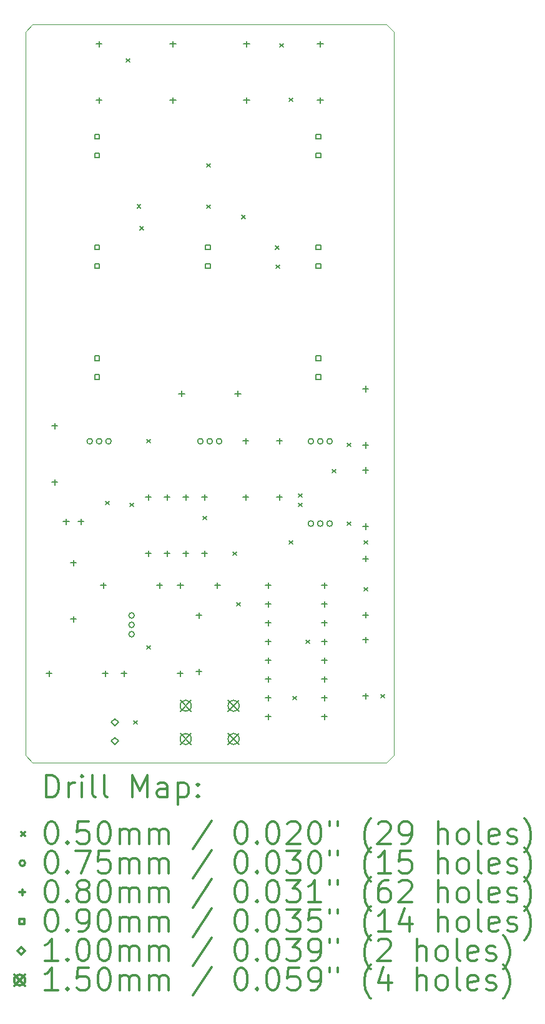
<source format=gbr>
%FSLAX45Y45*%
G04 Gerber Fmt 4.5, Leading zero omitted, Abs format (unit mm)*
G04 Created by KiCad (PCBNEW (5.1.2)-2) date 2020-04-23 16:25:42*
%MOMM*%
%LPD*%
G04 APERTURE LIST*
%ADD10C,0.050000*%
%ADD11C,0.200000*%
%ADD12C,0.300000*%
G04 APERTURE END LIST*
D10*
X12400000Y-15000000D02*
X12500000Y-14900000D01*
X7600000Y-15000000D02*
X7500000Y-14900000D01*
X7600000Y-5000000D02*
X7500000Y-5100000D01*
X12500000Y-5100000D02*
X12400000Y-5000000D01*
X7500000Y-5100000D02*
X7500000Y-14900000D01*
X7600000Y-15000000D02*
X12400000Y-15000000D01*
X12500000Y-5100000D02*
X12500000Y-14900000D01*
X7600000Y-5000000D02*
X12400000Y-5000000D01*
D11*
X8585600Y-11455800D02*
X8635600Y-11505800D01*
X8635600Y-11455800D02*
X8585600Y-11505800D01*
X8865000Y-5461400D02*
X8915000Y-5511400D01*
X8915000Y-5461400D02*
X8865000Y-5511400D01*
X8915800Y-11481200D02*
X8965800Y-11531200D01*
X8965800Y-11481200D02*
X8915800Y-11531200D01*
X8966600Y-14427600D02*
X9016600Y-14477600D01*
X9016600Y-14427600D02*
X8966600Y-14477600D01*
X9015000Y-7439000D02*
X9065000Y-7489000D01*
X9065000Y-7439000D02*
X9015000Y-7489000D01*
X9052000Y-7736000D02*
X9102000Y-7786000D01*
X9102000Y-7736000D02*
X9052000Y-7786000D01*
X9144400Y-10617600D02*
X9194400Y-10667600D01*
X9194400Y-10617600D02*
X9144400Y-10667600D01*
X9144400Y-13411600D02*
X9194400Y-13461600D01*
X9194400Y-13411600D02*
X9144400Y-13461600D01*
X9906400Y-11659000D02*
X9956400Y-11709000D01*
X9956400Y-11659000D02*
X9906400Y-11709000D01*
X9957200Y-6883800D02*
X10007200Y-6933800D01*
X10007200Y-6883800D02*
X9957200Y-6933800D01*
X9957200Y-7442600D02*
X10007200Y-7492600D01*
X10007200Y-7442600D02*
X9957200Y-7492600D01*
X10312800Y-12141600D02*
X10362800Y-12191600D01*
X10362800Y-12141600D02*
X10312800Y-12191600D01*
X10363600Y-12827400D02*
X10413600Y-12877400D01*
X10413600Y-12827400D02*
X10363600Y-12877400D01*
X10437000Y-7582800D02*
X10487000Y-7632800D01*
X10487000Y-7582800D02*
X10437000Y-7632800D01*
X10892800Y-7993800D02*
X10942800Y-8043800D01*
X10942800Y-7993800D02*
X10892800Y-8043800D01*
X10897000Y-8255400D02*
X10947000Y-8305400D01*
X10947000Y-8255400D02*
X10897000Y-8305400D01*
X10947800Y-5258200D02*
X10997800Y-5308200D01*
X10997800Y-5258200D02*
X10947800Y-5308200D01*
X11074800Y-5994800D02*
X11124800Y-6044800D01*
X11124800Y-5994800D02*
X11074800Y-6044800D01*
X11074800Y-11989200D02*
X11124800Y-12039200D01*
X11124800Y-11989200D02*
X11074800Y-12039200D01*
X11125600Y-14097400D02*
X11175600Y-14147400D01*
X11175600Y-14097400D02*
X11125600Y-14147400D01*
X11201800Y-11354200D02*
X11251800Y-11404200D01*
X11251800Y-11354200D02*
X11201800Y-11404200D01*
X11201800Y-11481200D02*
X11251800Y-11531200D01*
X11251800Y-11481200D02*
X11201800Y-11531200D01*
X11303400Y-13335400D02*
X11353400Y-13385400D01*
X11353400Y-13335400D02*
X11303400Y-13385400D01*
X11659000Y-11024000D02*
X11709000Y-11074000D01*
X11709000Y-11024000D02*
X11659000Y-11074000D01*
X11862200Y-10668400D02*
X11912200Y-10718400D01*
X11912200Y-10668400D02*
X11862200Y-10718400D01*
X11862200Y-11735200D02*
X11912200Y-11785200D01*
X11912200Y-11735200D02*
X11862200Y-11785200D01*
X12090800Y-11989200D02*
X12140800Y-12039200D01*
X12140800Y-11989200D02*
X12090800Y-12039200D01*
X12090800Y-12624200D02*
X12140800Y-12674200D01*
X12140800Y-12624200D02*
X12090800Y-12674200D01*
X12319400Y-14072000D02*
X12369400Y-14122000D01*
X12369400Y-14072000D02*
X12319400Y-14122000D01*
X9910500Y-10645800D02*
G75*
G03X9910500Y-10645800I-37500J0D01*
G01*
X10037500Y-10645800D02*
G75*
G03X10037500Y-10645800I-37500J0D01*
G01*
X10164500Y-10645800D02*
G75*
G03X10164500Y-10645800I-37500J0D01*
G01*
X11410500Y-10645800D02*
G75*
G03X11410500Y-10645800I-37500J0D01*
G01*
X11537500Y-10645800D02*
G75*
G03X11537500Y-10645800I-37500J0D01*
G01*
X11664500Y-10645800D02*
G75*
G03X11664500Y-10645800I-37500J0D01*
G01*
X8410500Y-10645800D02*
G75*
G03X8410500Y-10645800I-37500J0D01*
G01*
X8537500Y-10645800D02*
G75*
G03X8537500Y-10645800I-37500J0D01*
G01*
X8664500Y-10645800D02*
G75*
G03X8664500Y-10645800I-37500J0D01*
G01*
X11410500Y-11760200D02*
G75*
G03X11410500Y-11760200I-37500J0D01*
G01*
X11537500Y-11760200D02*
G75*
G03X11537500Y-11760200I-37500J0D01*
G01*
X11664500Y-11760200D02*
G75*
G03X11664500Y-11760200I-37500J0D01*
G01*
X8978300Y-13004800D02*
G75*
G03X8978300Y-13004800I-37500J0D01*
G01*
X8978300Y-13131800D02*
G75*
G03X8978300Y-13131800I-37500J0D01*
G01*
X8978300Y-13258800D02*
G75*
G03X8978300Y-13258800I-37500J0D01*
G01*
X8559800Y-12558400D02*
X8559800Y-12638400D01*
X8519800Y-12598400D02*
X8599800Y-12598400D01*
X9321800Y-12558400D02*
X9321800Y-12638400D01*
X9281800Y-12598400D02*
X9361800Y-12598400D01*
X10795000Y-12558400D02*
X10795000Y-12638400D01*
X10755000Y-12598400D02*
X10835000Y-12598400D01*
X10795000Y-12812400D02*
X10795000Y-12892400D01*
X10755000Y-12852400D02*
X10835000Y-12852400D01*
X10795000Y-13066400D02*
X10795000Y-13146400D01*
X10755000Y-13106400D02*
X10835000Y-13106400D01*
X10795000Y-13320400D02*
X10795000Y-13400400D01*
X10755000Y-13360400D02*
X10835000Y-13360400D01*
X10795000Y-13574400D02*
X10795000Y-13654400D01*
X10755000Y-13614400D02*
X10835000Y-13614400D01*
X10795000Y-13828400D02*
X10795000Y-13908400D01*
X10755000Y-13868400D02*
X10835000Y-13868400D01*
X10795000Y-14082400D02*
X10795000Y-14162400D01*
X10755000Y-14122400D02*
X10835000Y-14122400D01*
X10795000Y-14336400D02*
X10795000Y-14416400D01*
X10755000Y-14376400D02*
X10835000Y-14376400D01*
X11557000Y-12558400D02*
X11557000Y-12638400D01*
X11517000Y-12598400D02*
X11597000Y-12598400D01*
X11557000Y-12812400D02*
X11557000Y-12892400D01*
X11517000Y-12852400D02*
X11597000Y-12852400D01*
X11557000Y-13066400D02*
X11557000Y-13146400D01*
X11517000Y-13106400D02*
X11597000Y-13106400D01*
X11557000Y-13320400D02*
X11557000Y-13400400D01*
X11517000Y-13360400D02*
X11597000Y-13360400D01*
X11557000Y-13574400D02*
X11557000Y-13654400D01*
X11517000Y-13614400D02*
X11597000Y-13614400D01*
X11557000Y-13828400D02*
X11557000Y-13908400D01*
X11517000Y-13868400D02*
X11597000Y-13868400D01*
X11557000Y-14082400D02*
X11557000Y-14162400D01*
X11517000Y-14122400D02*
X11597000Y-14122400D01*
X11557000Y-14336400D02*
X11557000Y-14416400D01*
X11517000Y-14376400D02*
X11597000Y-14376400D01*
X10500000Y-5224800D02*
X10500000Y-5304800D01*
X10460000Y-5264800D02*
X10540000Y-5264800D01*
X10500000Y-5986800D02*
X10500000Y-6066800D01*
X10460000Y-6026800D02*
X10540000Y-6026800D01*
X12115800Y-13295000D02*
X12115800Y-13375000D01*
X12075800Y-13335000D02*
X12155800Y-13335000D01*
X12115800Y-14057000D02*
X12115800Y-14137000D01*
X12075800Y-14097000D02*
X12155800Y-14097000D01*
X9169400Y-11364600D02*
X9169400Y-11444600D01*
X9129400Y-11404600D02*
X9209400Y-11404600D01*
X9169400Y-12126600D02*
X9169400Y-12206600D01*
X9129400Y-12166600D02*
X9209400Y-12166600D01*
X9423400Y-11364600D02*
X9423400Y-11444600D01*
X9383400Y-11404600D02*
X9463400Y-11404600D01*
X9423400Y-12126600D02*
X9423400Y-12206600D01*
X9383400Y-12166600D02*
X9463400Y-12166600D01*
X9677400Y-11364600D02*
X9677400Y-11444600D01*
X9637400Y-11404600D02*
X9717400Y-11404600D01*
X9677400Y-12126600D02*
X9677400Y-12206600D01*
X9637400Y-12166600D02*
X9717400Y-12166600D01*
X9931400Y-11364600D02*
X9931400Y-11444600D01*
X9891400Y-11404600D02*
X9971400Y-11404600D01*
X9931400Y-12126600D02*
X9931400Y-12206600D01*
X9891400Y-12166600D02*
X9971400Y-12166600D01*
X9500000Y-5224800D02*
X9500000Y-5304800D01*
X9460000Y-5264800D02*
X9540000Y-5264800D01*
X9500000Y-5986800D02*
X9500000Y-6066800D01*
X9460000Y-6026800D02*
X9540000Y-6026800D01*
X8055000Y-11694800D02*
X8055000Y-11774800D01*
X8015000Y-11734800D02*
X8095000Y-11734800D01*
X8255000Y-11694800D02*
X8255000Y-11774800D01*
X8215000Y-11734800D02*
X8295000Y-11734800D01*
X8839200Y-13752200D02*
X8839200Y-13832200D01*
X8799200Y-13792200D02*
X8879200Y-13792200D01*
X9601200Y-13752200D02*
X9601200Y-13832200D01*
X9561200Y-13792200D02*
X9641200Y-13792200D01*
X8500000Y-5224800D02*
X8500000Y-5304800D01*
X8460000Y-5264800D02*
X8540000Y-5264800D01*
X8500000Y-5986800D02*
X8500000Y-6066800D01*
X8460000Y-6026800D02*
X8540000Y-6026800D01*
X12115800Y-10995000D02*
X12115800Y-11075000D01*
X12075800Y-11035000D02*
X12155800Y-11035000D01*
X12115800Y-11757000D02*
X12115800Y-11837000D01*
X12075800Y-11797000D02*
X12155800Y-11797000D01*
X10490000Y-10602600D02*
X10490000Y-10682600D01*
X10450000Y-10642600D02*
X10530000Y-10642600D01*
X10490000Y-11364600D02*
X10490000Y-11444600D01*
X10450000Y-11404600D02*
X10530000Y-11404600D01*
X7823200Y-13752200D02*
X7823200Y-13832200D01*
X7783200Y-13792200D02*
X7863200Y-13792200D01*
X8585200Y-13752200D02*
X8585200Y-13832200D01*
X8545200Y-13792200D02*
X8625200Y-13792200D01*
X8153400Y-12253600D02*
X8153400Y-12333600D01*
X8113400Y-12293600D02*
X8193400Y-12293600D01*
X8153400Y-13015600D02*
X8153400Y-13095600D01*
X8113400Y-13055600D02*
X8193400Y-13055600D01*
X10947400Y-10602600D02*
X10947400Y-10682600D01*
X10907400Y-10642600D02*
X10987400Y-10642600D01*
X10947400Y-11364600D02*
X10947400Y-11444600D01*
X10907400Y-11404600D02*
X10987400Y-11404600D01*
X7899400Y-10399400D02*
X7899400Y-10479400D01*
X7859400Y-10439400D02*
X7939400Y-10439400D01*
X7899400Y-11161400D02*
X7899400Y-11241400D01*
X7859400Y-11201400D02*
X7939400Y-11201400D01*
X12115800Y-9895000D02*
X12115800Y-9975000D01*
X12075800Y-9935000D02*
X12155800Y-9935000D01*
X12115800Y-10657000D02*
X12115800Y-10737000D01*
X12075800Y-10697000D02*
X12155800Y-10697000D01*
X9619000Y-9960000D02*
X9619000Y-10040000D01*
X9579000Y-10000000D02*
X9659000Y-10000000D01*
X10381000Y-9960000D02*
X10381000Y-10040000D01*
X10341000Y-10000000D02*
X10421000Y-10000000D01*
X12115800Y-12195000D02*
X12115800Y-12275000D01*
X12075800Y-12235000D02*
X12155800Y-12235000D01*
X12115800Y-12957000D02*
X12115800Y-13037000D01*
X12075800Y-12997000D02*
X12155800Y-12997000D01*
X11500000Y-5224800D02*
X11500000Y-5304800D01*
X11460000Y-5264800D02*
X11540000Y-5264800D01*
X11500000Y-5986800D02*
X11500000Y-6066800D01*
X11460000Y-6026800D02*
X11540000Y-6026800D01*
X9855200Y-12964800D02*
X9855200Y-13044800D01*
X9815200Y-13004800D02*
X9895200Y-13004800D01*
X9855200Y-13726800D02*
X9855200Y-13806800D01*
X9815200Y-13766800D02*
X9895200Y-13766800D01*
X9605200Y-12558400D02*
X9605200Y-12638400D01*
X9565200Y-12598400D02*
X9645200Y-12598400D01*
X10105200Y-12558400D02*
X10105200Y-12638400D01*
X10065200Y-12598400D02*
X10145200Y-12598400D01*
X8506420Y-9550620D02*
X8506420Y-9486980D01*
X8442780Y-9486980D01*
X8442780Y-9550620D01*
X8506420Y-9550620D01*
X8506420Y-9804620D02*
X8506420Y-9740980D01*
X8442780Y-9740980D01*
X8442780Y-9804620D01*
X8506420Y-9804620D01*
X8506420Y-8050620D02*
X8506420Y-7986980D01*
X8442780Y-7986980D01*
X8442780Y-8050620D01*
X8506420Y-8050620D01*
X8506420Y-8304620D02*
X8506420Y-8240980D01*
X8442780Y-8240980D01*
X8442780Y-8304620D01*
X8506420Y-8304620D01*
X10006420Y-8050620D02*
X10006420Y-7986980D01*
X9942780Y-7986980D01*
X9942780Y-8050620D01*
X10006420Y-8050620D01*
X10006420Y-8304620D02*
X10006420Y-8240980D01*
X9942780Y-8240980D01*
X9942780Y-8304620D01*
X10006420Y-8304620D01*
X11506420Y-8050620D02*
X11506420Y-7986980D01*
X11442780Y-7986980D01*
X11442780Y-8050620D01*
X11506420Y-8050620D01*
X11506420Y-8304620D02*
X11506420Y-8240980D01*
X11442780Y-8240980D01*
X11442780Y-8304620D01*
X11506420Y-8304620D01*
X11506420Y-6550620D02*
X11506420Y-6486980D01*
X11442780Y-6486980D01*
X11442780Y-6550620D01*
X11506420Y-6550620D01*
X11506420Y-6804620D02*
X11506420Y-6740980D01*
X11442780Y-6740980D01*
X11442780Y-6804620D01*
X11506420Y-6804620D01*
X11506420Y-9550620D02*
X11506420Y-9486980D01*
X11442780Y-9486980D01*
X11442780Y-9550620D01*
X11506420Y-9550620D01*
X11506420Y-9804620D02*
X11506420Y-9740980D01*
X11442780Y-9740980D01*
X11442780Y-9804620D01*
X11506420Y-9804620D01*
X8506420Y-6550620D02*
X8506420Y-6486980D01*
X8442780Y-6486980D01*
X8442780Y-6550620D01*
X8506420Y-6550620D01*
X8506420Y-6804620D02*
X8506420Y-6740980D01*
X8442780Y-6740980D01*
X8442780Y-6804620D01*
X8506420Y-6804620D01*
X8712200Y-14502600D02*
X8762200Y-14452600D01*
X8712200Y-14402600D01*
X8662200Y-14452600D01*
X8712200Y-14502600D01*
X8712200Y-14756600D02*
X8762200Y-14706600D01*
X8712200Y-14656600D01*
X8662200Y-14706600D01*
X8712200Y-14756600D01*
X9600000Y-14152600D02*
X9750000Y-14302600D01*
X9750000Y-14152600D02*
X9600000Y-14302600D01*
X9750000Y-14227600D02*
G75*
G03X9750000Y-14227600I-75000J0D01*
G01*
X9600000Y-14602600D02*
X9750000Y-14752600D01*
X9750000Y-14602600D02*
X9600000Y-14752600D01*
X9750000Y-14677600D02*
G75*
G03X9750000Y-14677600I-75000J0D01*
G01*
X10250000Y-14152600D02*
X10400000Y-14302600D01*
X10400000Y-14152600D02*
X10250000Y-14302600D01*
X10400000Y-14227600D02*
G75*
G03X10400000Y-14227600I-75000J0D01*
G01*
X10250000Y-14602600D02*
X10400000Y-14752600D01*
X10400000Y-14602600D02*
X10250000Y-14752600D01*
X10400000Y-14677600D02*
G75*
G03X10400000Y-14677600I-75000J0D01*
G01*
D12*
X7783928Y-15468214D02*
X7783928Y-15168214D01*
X7855357Y-15168214D01*
X7898214Y-15182500D01*
X7926786Y-15211071D01*
X7941071Y-15239643D01*
X7955357Y-15296786D01*
X7955357Y-15339643D01*
X7941071Y-15396786D01*
X7926786Y-15425357D01*
X7898214Y-15453929D01*
X7855357Y-15468214D01*
X7783928Y-15468214D01*
X8083928Y-15468214D02*
X8083928Y-15268214D01*
X8083928Y-15325357D02*
X8098214Y-15296786D01*
X8112500Y-15282500D01*
X8141071Y-15268214D01*
X8169643Y-15268214D01*
X8269643Y-15468214D02*
X8269643Y-15268214D01*
X8269643Y-15168214D02*
X8255357Y-15182500D01*
X8269643Y-15196786D01*
X8283928Y-15182500D01*
X8269643Y-15168214D01*
X8269643Y-15196786D01*
X8455357Y-15468214D02*
X8426786Y-15453929D01*
X8412500Y-15425357D01*
X8412500Y-15168214D01*
X8612500Y-15468214D02*
X8583928Y-15453929D01*
X8569643Y-15425357D01*
X8569643Y-15168214D01*
X8955357Y-15468214D02*
X8955357Y-15168214D01*
X9055357Y-15382500D01*
X9155357Y-15168214D01*
X9155357Y-15468214D01*
X9426786Y-15468214D02*
X9426786Y-15311071D01*
X9412500Y-15282500D01*
X9383928Y-15268214D01*
X9326786Y-15268214D01*
X9298214Y-15282500D01*
X9426786Y-15453929D02*
X9398214Y-15468214D01*
X9326786Y-15468214D01*
X9298214Y-15453929D01*
X9283928Y-15425357D01*
X9283928Y-15396786D01*
X9298214Y-15368214D01*
X9326786Y-15353929D01*
X9398214Y-15353929D01*
X9426786Y-15339643D01*
X9569643Y-15268214D02*
X9569643Y-15568214D01*
X9569643Y-15282500D02*
X9598214Y-15268214D01*
X9655357Y-15268214D01*
X9683928Y-15282500D01*
X9698214Y-15296786D01*
X9712500Y-15325357D01*
X9712500Y-15411071D01*
X9698214Y-15439643D01*
X9683928Y-15453929D01*
X9655357Y-15468214D01*
X9598214Y-15468214D01*
X9569643Y-15453929D01*
X9841071Y-15439643D02*
X9855357Y-15453929D01*
X9841071Y-15468214D01*
X9826786Y-15453929D01*
X9841071Y-15439643D01*
X9841071Y-15468214D01*
X9841071Y-15282500D02*
X9855357Y-15296786D01*
X9841071Y-15311071D01*
X9826786Y-15296786D01*
X9841071Y-15282500D01*
X9841071Y-15311071D01*
X7447500Y-15937500D02*
X7497500Y-15987500D01*
X7497500Y-15937500D02*
X7447500Y-15987500D01*
X7841071Y-15798214D02*
X7869643Y-15798214D01*
X7898214Y-15812500D01*
X7912500Y-15826786D01*
X7926786Y-15855357D01*
X7941071Y-15912500D01*
X7941071Y-15983929D01*
X7926786Y-16041071D01*
X7912500Y-16069643D01*
X7898214Y-16083929D01*
X7869643Y-16098214D01*
X7841071Y-16098214D01*
X7812500Y-16083929D01*
X7798214Y-16069643D01*
X7783928Y-16041071D01*
X7769643Y-15983929D01*
X7769643Y-15912500D01*
X7783928Y-15855357D01*
X7798214Y-15826786D01*
X7812500Y-15812500D01*
X7841071Y-15798214D01*
X8069643Y-16069643D02*
X8083928Y-16083929D01*
X8069643Y-16098214D01*
X8055357Y-16083929D01*
X8069643Y-16069643D01*
X8069643Y-16098214D01*
X8355357Y-15798214D02*
X8212500Y-15798214D01*
X8198214Y-15941071D01*
X8212500Y-15926786D01*
X8241071Y-15912500D01*
X8312500Y-15912500D01*
X8341071Y-15926786D01*
X8355357Y-15941071D01*
X8369643Y-15969643D01*
X8369643Y-16041071D01*
X8355357Y-16069643D01*
X8341071Y-16083929D01*
X8312500Y-16098214D01*
X8241071Y-16098214D01*
X8212500Y-16083929D01*
X8198214Y-16069643D01*
X8555357Y-15798214D02*
X8583928Y-15798214D01*
X8612500Y-15812500D01*
X8626786Y-15826786D01*
X8641071Y-15855357D01*
X8655357Y-15912500D01*
X8655357Y-15983929D01*
X8641071Y-16041071D01*
X8626786Y-16069643D01*
X8612500Y-16083929D01*
X8583928Y-16098214D01*
X8555357Y-16098214D01*
X8526786Y-16083929D01*
X8512500Y-16069643D01*
X8498214Y-16041071D01*
X8483928Y-15983929D01*
X8483928Y-15912500D01*
X8498214Y-15855357D01*
X8512500Y-15826786D01*
X8526786Y-15812500D01*
X8555357Y-15798214D01*
X8783928Y-16098214D02*
X8783928Y-15898214D01*
X8783928Y-15926786D02*
X8798214Y-15912500D01*
X8826786Y-15898214D01*
X8869643Y-15898214D01*
X8898214Y-15912500D01*
X8912500Y-15941071D01*
X8912500Y-16098214D01*
X8912500Y-15941071D02*
X8926786Y-15912500D01*
X8955357Y-15898214D01*
X8998214Y-15898214D01*
X9026786Y-15912500D01*
X9041071Y-15941071D01*
X9041071Y-16098214D01*
X9183928Y-16098214D02*
X9183928Y-15898214D01*
X9183928Y-15926786D02*
X9198214Y-15912500D01*
X9226786Y-15898214D01*
X9269643Y-15898214D01*
X9298214Y-15912500D01*
X9312500Y-15941071D01*
X9312500Y-16098214D01*
X9312500Y-15941071D02*
X9326786Y-15912500D01*
X9355357Y-15898214D01*
X9398214Y-15898214D01*
X9426786Y-15912500D01*
X9441071Y-15941071D01*
X9441071Y-16098214D01*
X10026786Y-15783929D02*
X9769643Y-16169643D01*
X10412500Y-15798214D02*
X10441071Y-15798214D01*
X10469643Y-15812500D01*
X10483928Y-15826786D01*
X10498214Y-15855357D01*
X10512500Y-15912500D01*
X10512500Y-15983929D01*
X10498214Y-16041071D01*
X10483928Y-16069643D01*
X10469643Y-16083929D01*
X10441071Y-16098214D01*
X10412500Y-16098214D01*
X10383928Y-16083929D01*
X10369643Y-16069643D01*
X10355357Y-16041071D01*
X10341071Y-15983929D01*
X10341071Y-15912500D01*
X10355357Y-15855357D01*
X10369643Y-15826786D01*
X10383928Y-15812500D01*
X10412500Y-15798214D01*
X10641071Y-16069643D02*
X10655357Y-16083929D01*
X10641071Y-16098214D01*
X10626786Y-16083929D01*
X10641071Y-16069643D01*
X10641071Y-16098214D01*
X10841071Y-15798214D02*
X10869643Y-15798214D01*
X10898214Y-15812500D01*
X10912500Y-15826786D01*
X10926786Y-15855357D01*
X10941071Y-15912500D01*
X10941071Y-15983929D01*
X10926786Y-16041071D01*
X10912500Y-16069643D01*
X10898214Y-16083929D01*
X10869643Y-16098214D01*
X10841071Y-16098214D01*
X10812500Y-16083929D01*
X10798214Y-16069643D01*
X10783928Y-16041071D01*
X10769643Y-15983929D01*
X10769643Y-15912500D01*
X10783928Y-15855357D01*
X10798214Y-15826786D01*
X10812500Y-15812500D01*
X10841071Y-15798214D01*
X11055357Y-15826786D02*
X11069643Y-15812500D01*
X11098214Y-15798214D01*
X11169643Y-15798214D01*
X11198214Y-15812500D01*
X11212500Y-15826786D01*
X11226786Y-15855357D01*
X11226786Y-15883929D01*
X11212500Y-15926786D01*
X11041071Y-16098214D01*
X11226786Y-16098214D01*
X11412500Y-15798214D02*
X11441071Y-15798214D01*
X11469643Y-15812500D01*
X11483928Y-15826786D01*
X11498214Y-15855357D01*
X11512500Y-15912500D01*
X11512500Y-15983929D01*
X11498214Y-16041071D01*
X11483928Y-16069643D01*
X11469643Y-16083929D01*
X11441071Y-16098214D01*
X11412500Y-16098214D01*
X11383928Y-16083929D01*
X11369643Y-16069643D01*
X11355357Y-16041071D01*
X11341071Y-15983929D01*
X11341071Y-15912500D01*
X11355357Y-15855357D01*
X11369643Y-15826786D01*
X11383928Y-15812500D01*
X11412500Y-15798214D01*
X11626786Y-15798214D02*
X11626786Y-15855357D01*
X11741071Y-15798214D02*
X11741071Y-15855357D01*
X12183928Y-16212500D02*
X12169643Y-16198214D01*
X12141071Y-16155357D01*
X12126786Y-16126786D01*
X12112500Y-16083929D01*
X12098214Y-16012500D01*
X12098214Y-15955357D01*
X12112500Y-15883929D01*
X12126786Y-15841071D01*
X12141071Y-15812500D01*
X12169643Y-15769643D01*
X12183928Y-15755357D01*
X12283928Y-15826786D02*
X12298214Y-15812500D01*
X12326786Y-15798214D01*
X12398214Y-15798214D01*
X12426786Y-15812500D01*
X12441071Y-15826786D01*
X12455357Y-15855357D01*
X12455357Y-15883929D01*
X12441071Y-15926786D01*
X12269643Y-16098214D01*
X12455357Y-16098214D01*
X12598214Y-16098214D02*
X12655357Y-16098214D01*
X12683928Y-16083929D01*
X12698214Y-16069643D01*
X12726786Y-16026786D01*
X12741071Y-15969643D01*
X12741071Y-15855357D01*
X12726786Y-15826786D01*
X12712500Y-15812500D01*
X12683928Y-15798214D01*
X12626786Y-15798214D01*
X12598214Y-15812500D01*
X12583928Y-15826786D01*
X12569643Y-15855357D01*
X12569643Y-15926786D01*
X12583928Y-15955357D01*
X12598214Y-15969643D01*
X12626786Y-15983929D01*
X12683928Y-15983929D01*
X12712500Y-15969643D01*
X12726786Y-15955357D01*
X12741071Y-15926786D01*
X13098214Y-16098214D02*
X13098214Y-15798214D01*
X13226786Y-16098214D02*
X13226786Y-15941071D01*
X13212500Y-15912500D01*
X13183928Y-15898214D01*
X13141071Y-15898214D01*
X13112500Y-15912500D01*
X13098214Y-15926786D01*
X13412500Y-16098214D02*
X13383928Y-16083929D01*
X13369643Y-16069643D01*
X13355357Y-16041071D01*
X13355357Y-15955357D01*
X13369643Y-15926786D01*
X13383928Y-15912500D01*
X13412500Y-15898214D01*
X13455357Y-15898214D01*
X13483928Y-15912500D01*
X13498214Y-15926786D01*
X13512500Y-15955357D01*
X13512500Y-16041071D01*
X13498214Y-16069643D01*
X13483928Y-16083929D01*
X13455357Y-16098214D01*
X13412500Y-16098214D01*
X13683928Y-16098214D02*
X13655357Y-16083929D01*
X13641071Y-16055357D01*
X13641071Y-15798214D01*
X13912500Y-16083929D02*
X13883928Y-16098214D01*
X13826786Y-16098214D01*
X13798214Y-16083929D01*
X13783928Y-16055357D01*
X13783928Y-15941071D01*
X13798214Y-15912500D01*
X13826786Y-15898214D01*
X13883928Y-15898214D01*
X13912500Y-15912500D01*
X13926786Y-15941071D01*
X13926786Y-15969643D01*
X13783928Y-15998214D01*
X14041071Y-16083929D02*
X14069643Y-16098214D01*
X14126786Y-16098214D01*
X14155357Y-16083929D01*
X14169643Y-16055357D01*
X14169643Y-16041071D01*
X14155357Y-16012500D01*
X14126786Y-15998214D01*
X14083928Y-15998214D01*
X14055357Y-15983929D01*
X14041071Y-15955357D01*
X14041071Y-15941071D01*
X14055357Y-15912500D01*
X14083928Y-15898214D01*
X14126786Y-15898214D01*
X14155357Y-15912500D01*
X14269643Y-16212500D02*
X14283928Y-16198214D01*
X14312500Y-16155357D01*
X14326786Y-16126786D01*
X14341071Y-16083929D01*
X14355357Y-16012500D01*
X14355357Y-15955357D01*
X14341071Y-15883929D01*
X14326786Y-15841071D01*
X14312500Y-15812500D01*
X14283928Y-15769643D01*
X14269643Y-15755357D01*
X7497500Y-16358500D02*
G75*
G03X7497500Y-16358500I-37500J0D01*
G01*
X7841071Y-16194214D02*
X7869643Y-16194214D01*
X7898214Y-16208500D01*
X7912500Y-16222786D01*
X7926786Y-16251357D01*
X7941071Y-16308500D01*
X7941071Y-16379929D01*
X7926786Y-16437071D01*
X7912500Y-16465643D01*
X7898214Y-16479929D01*
X7869643Y-16494214D01*
X7841071Y-16494214D01*
X7812500Y-16479929D01*
X7798214Y-16465643D01*
X7783928Y-16437071D01*
X7769643Y-16379929D01*
X7769643Y-16308500D01*
X7783928Y-16251357D01*
X7798214Y-16222786D01*
X7812500Y-16208500D01*
X7841071Y-16194214D01*
X8069643Y-16465643D02*
X8083928Y-16479929D01*
X8069643Y-16494214D01*
X8055357Y-16479929D01*
X8069643Y-16465643D01*
X8069643Y-16494214D01*
X8183928Y-16194214D02*
X8383928Y-16194214D01*
X8255357Y-16494214D01*
X8641071Y-16194214D02*
X8498214Y-16194214D01*
X8483928Y-16337071D01*
X8498214Y-16322786D01*
X8526786Y-16308500D01*
X8598214Y-16308500D01*
X8626786Y-16322786D01*
X8641071Y-16337071D01*
X8655357Y-16365643D01*
X8655357Y-16437071D01*
X8641071Y-16465643D01*
X8626786Y-16479929D01*
X8598214Y-16494214D01*
X8526786Y-16494214D01*
X8498214Y-16479929D01*
X8483928Y-16465643D01*
X8783928Y-16494214D02*
X8783928Y-16294214D01*
X8783928Y-16322786D02*
X8798214Y-16308500D01*
X8826786Y-16294214D01*
X8869643Y-16294214D01*
X8898214Y-16308500D01*
X8912500Y-16337071D01*
X8912500Y-16494214D01*
X8912500Y-16337071D02*
X8926786Y-16308500D01*
X8955357Y-16294214D01*
X8998214Y-16294214D01*
X9026786Y-16308500D01*
X9041071Y-16337071D01*
X9041071Y-16494214D01*
X9183928Y-16494214D02*
X9183928Y-16294214D01*
X9183928Y-16322786D02*
X9198214Y-16308500D01*
X9226786Y-16294214D01*
X9269643Y-16294214D01*
X9298214Y-16308500D01*
X9312500Y-16337071D01*
X9312500Y-16494214D01*
X9312500Y-16337071D02*
X9326786Y-16308500D01*
X9355357Y-16294214D01*
X9398214Y-16294214D01*
X9426786Y-16308500D01*
X9441071Y-16337071D01*
X9441071Y-16494214D01*
X10026786Y-16179929D02*
X9769643Y-16565643D01*
X10412500Y-16194214D02*
X10441071Y-16194214D01*
X10469643Y-16208500D01*
X10483928Y-16222786D01*
X10498214Y-16251357D01*
X10512500Y-16308500D01*
X10512500Y-16379929D01*
X10498214Y-16437071D01*
X10483928Y-16465643D01*
X10469643Y-16479929D01*
X10441071Y-16494214D01*
X10412500Y-16494214D01*
X10383928Y-16479929D01*
X10369643Y-16465643D01*
X10355357Y-16437071D01*
X10341071Y-16379929D01*
X10341071Y-16308500D01*
X10355357Y-16251357D01*
X10369643Y-16222786D01*
X10383928Y-16208500D01*
X10412500Y-16194214D01*
X10641071Y-16465643D02*
X10655357Y-16479929D01*
X10641071Y-16494214D01*
X10626786Y-16479929D01*
X10641071Y-16465643D01*
X10641071Y-16494214D01*
X10841071Y-16194214D02*
X10869643Y-16194214D01*
X10898214Y-16208500D01*
X10912500Y-16222786D01*
X10926786Y-16251357D01*
X10941071Y-16308500D01*
X10941071Y-16379929D01*
X10926786Y-16437071D01*
X10912500Y-16465643D01*
X10898214Y-16479929D01*
X10869643Y-16494214D01*
X10841071Y-16494214D01*
X10812500Y-16479929D01*
X10798214Y-16465643D01*
X10783928Y-16437071D01*
X10769643Y-16379929D01*
X10769643Y-16308500D01*
X10783928Y-16251357D01*
X10798214Y-16222786D01*
X10812500Y-16208500D01*
X10841071Y-16194214D01*
X11041071Y-16194214D02*
X11226786Y-16194214D01*
X11126786Y-16308500D01*
X11169643Y-16308500D01*
X11198214Y-16322786D01*
X11212500Y-16337071D01*
X11226786Y-16365643D01*
X11226786Y-16437071D01*
X11212500Y-16465643D01*
X11198214Y-16479929D01*
X11169643Y-16494214D01*
X11083928Y-16494214D01*
X11055357Y-16479929D01*
X11041071Y-16465643D01*
X11412500Y-16194214D02*
X11441071Y-16194214D01*
X11469643Y-16208500D01*
X11483928Y-16222786D01*
X11498214Y-16251357D01*
X11512500Y-16308500D01*
X11512500Y-16379929D01*
X11498214Y-16437071D01*
X11483928Y-16465643D01*
X11469643Y-16479929D01*
X11441071Y-16494214D01*
X11412500Y-16494214D01*
X11383928Y-16479929D01*
X11369643Y-16465643D01*
X11355357Y-16437071D01*
X11341071Y-16379929D01*
X11341071Y-16308500D01*
X11355357Y-16251357D01*
X11369643Y-16222786D01*
X11383928Y-16208500D01*
X11412500Y-16194214D01*
X11626786Y-16194214D02*
X11626786Y-16251357D01*
X11741071Y-16194214D02*
X11741071Y-16251357D01*
X12183928Y-16608500D02*
X12169643Y-16594214D01*
X12141071Y-16551357D01*
X12126786Y-16522786D01*
X12112500Y-16479929D01*
X12098214Y-16408500D01*
X12098214Y-16351357D01*
X12112500Y-16279929D01*
X12126786Y-16237071D01*
X12141071Y-16208500D01*
X12169643Y-16165643D01*
X12183928Y-16151357D01*
X12455357Y-16494214D02*
X12283928Y-16494214D01*
X12369643Y-16494214D02*
X12369643Y-16194214D01*
X12341071Y-16237071D01*
X12312500Y-16265643D01*
X12283928Y-16279929D01*
X12726786Y-16194214D02*
X12583928Y-16194214D01*
X12569643Y-16337071D01*
X12583928Y-16322786D01*
X12612500Y-16308500D01*
X12683928Y-16308500D01*
X12712500Y-16322786D01*
X12726786Y-16337071D01*
X12741071Y-16365643D01*
X12741071Y-16437071D01*
X12726786Y-16465643D01*
X12712500Y-16479929D01*
X12683928Y-16494214D01*
X12612500Y-16494214D01*
X12583928Y-16479929D01*
X12569643Y-16465643D01*
X13098214Y-16494214D02*
X13098214Y-16194214D01*
X13226786Y-16494214D02*
X13226786Y-16337071D01*
X13212500Y-16308500D01*
X13183928Y-16294214D01*
X13141071Y-16294214D01*
X13112500Y-16308500D01*
X13098214Y-16322786D01*
X13412500Y-16494214D02*
X13383928Y-16479929D01*
X13369643Y-16465643D01*
X13355357Y-16437071D01*
X13355357Y-16351357D01*
X13369643Y-16322786D01*
X13383928Y-16308500D01*
X13412500Y-16294214D01*
X13455357Y-16294214D01*
X13483928Y-16308500D01*
X13498214Y-16322786D01*
X13512500Y-16351357D01*
X13512500Y-16437071D01*
X13498214Y-16465643D01*
X13483928Y-16479929D01*
X13455357Y-16494214D01*
X13412500Y-16494214D01*
X13683928Y-16494214D02*
X13655357Y-16479929D01*
X13641071Y-16451357D01*
X13641071Y-16194214D01*
X13912500Y-16479929D02*
X13883928Y-16494214D01*
X13826786Y-16494214D01*
X13798214Y-16479929D01*
X13783928Y-16451357D01*
X13783928Y-16337071D01*
X13798214Y-16308500D01*
X13826786Y-16294214D01*
X13883928Y-16294214D01*
X13912500Y-16308500D01*
X13926786Y-16337071D01*
X13926786Y-16365643D01*
X13783928Y-16394214D01*
X14041071Y-16479929D02*
X14069643Y-16494214D01*
X14126786Y-16494214D01*
X14155357Y-16479929D01*
X14169643Y-16451357D01*
X14169643Y-16437071D01*
X14155357Y-16408500D01*
X14126786Y-16394214D01*
X14083928Y-16394214D01*
X14055357Y-16379929D01*
X14041071Y-16351357D01*
X14041071Y-16337071D01*
X14055357Y-16308500D01*
X14083928Y-16294214D01*
X14126786Y-16294214D01*
X14155357Y-16308500D01*
X14269643Y-16608500D02*
X14283928Y-16594214D01*
X14312500Y-16551357D01*
X14326786Y-16522786D01*
X14341071Y-16479929D01*
X14355357Y-16408500D01*
X14355357Y-16351357D01*
X14341071Y-16279929D01*
X14326786Y-16237071D01*
X14312500Y-16208500D01*
X14283928Y-16165643D01*
X14269643Y-16151357D01*
X7457500Y-16714500D02*
X7457500Y-16794500D01*
X7417500Y-16754500D02*
X7497500Y-16754500D01*
X7841071Y-16590214D02*
X7869643Y-16590214D01*
X7898214Y-16604500D01*
X7912500Y-16618786D01*
X7926786Y-16647357D01*
X7941071Y-16704500D01*
X7941071Y-16775929D01*
X7926786Y-16833072D01*
X7912500Y-16861643D01*
X7898214Y-16875929D01*
X7869643Y-16890214D01*
X7841071Y-16890214D01*
X7812500Y-16875929D01*
X7798214Y-16861643D01*
X7783928Y-16833072D01*
X7769643Y-16775929D01*
X7769643Y-16704500D01*
X7783928Y-16647357D01*
X7798214Y-16618786D01*
X7812500Y-16604500D01*
X7841071Y-16590214D01*
X8069643Y-16861643D02*
X8083928Y-16875929D01*
X8069643Y-16890214D01*
X8055357Y-16875929D01*
X8069643Y-16861643D01*
X8069643Y-16890214D01*
X8255357Y-16718786D02*
X8226786Y-16704500D01*
X8212500Y-16690214D01*
X8198214Y-16661643D01*
X8198214Y-16647357D01*
X8212500Y-16618786D01*
X8226786Y-16604500D01*
X8255357Y-16590214D01*
X8312500Y-16590214D01*
X8341071Y-16604500D01*
X8355357Y-16618786D01*
X8369643Y-16647357D01*
X8369643Y-16661643D01*
X8355357Y-16690214D01*
X8341071Y-16704500D01*
X8312500Y-16718786D01*
X8255357Y-16718786D01*
X8226786Y-16733071D01*
X8212500Y-16747357D01*
X8198214Y-16775929D01*
X8198214Y-16833072D01*
X8212500Y-16861643D01*
X8226786Y-16875929D01*
X8255357Y-16890214D01*
X8312500Y-16890214D01*
X8341071Y-16875929D01*
X8355357Y-16861643D01*
X8369643Y-16833072D01*
X8369643Y-16775929D01*
X8355357Y-16747357D01*
X8341071Y-16733071D01*
X8312500Y-16718786D01*
X8555357Y-16590214D02*
X8583928Y-16590214D01*
X8612500Y-16604500D01*
X8626786Y-16618786D01*
X8641071Y-16647357D01*
X8655357Y-16704500D01*
X8655357Y-16775929D01*
X8641071Y-16833072D01*
X8626786Y-16861643D01*
X8612500Y-16875929D01*
X8583928Y-16890214D01*
X8555357Y-16890214D01*
X8526786Y-16875929D01*
X8512500Y-16861643D01*
X8498214Y-16833072D01*
X8483928Y-16775929D01*
X8483928Y-16704500D01*
X8498214Y-16647357D01*
X8512500Y-16618786D01*
X8526786Y-16604500D01*
X8555357Y-16590214D01*
X8783928Y-16890214D02*
X8783928Y-16690214D01*
X8783928Y-16718786D02*
X8798214Y-16704500D01*
X8826786Y-16690214D01*
X8869643Y-16690214D01*
X8898214Y-16704500D01*
X8912500Y-16733071D01*
X8912500Y-16890214D01*
X8912500Y-16733071D02*
X8926786Y-16704500D01*
X8955357Y-16690214D01*
X8998214Y-16690214D01*
X9026786Y-16704500D01*
X9041071Y-16733071D01*
X9041071Y-16890214D01*
X9183928Y-16890214D02*
X9183928Y-16690214D01*
X9183928Y-16718786D02*
X9198214Y-16704500D01*
X9226786Y-16690214D01*
X9269643Y-16690214D01*
X9298214Y-16704500D01*
X9312500Y-16733071D01*
X9312500Y-16890214D01*
X9312500Y-16733071D02*
X9326786Y-16704500D01*
X9355357Y-16690214D01*
X9398214Y-16690214D01*
X9426786Y-16704500D01*
X9441071Y-16733071D01*
X9441071Y-16890214D01*
X10026786Y-16575929D02*
X9769643Y-16961643D01*
X10412500Y-16590214D02*
X10441071Y-16590214D01*
X10469643Y-16604500D01*
X10483928Y-16618786D01*
X10498214Y-16647357D01*
X10512500Y-16704500D01*
X10512500Y-16775929D01*
X10498214Y-16833072D01*
X10483928Y-16861643D01*
X10469643Y-16875929D01*
X10441071Y-16890214D01*
X10412500Y-16890214D01*
X10383928Y-16875929D01*
X10369643Y-16861643D01*
X10355357Y-16833072D01*
X10341071Y-16775929D01*
X10341071Y-16704500D01*
X10355357Y-16647357D01*
X10369643Y-16618786D01*
X10383928Y-16604500D01*
X10412500Y-16590214D01*
X10641071Y-16861643D02*
X10655357Y-16875929D01*
X10641071Y-16890214D01*
X10626786Y-16875929D01*
X10641071Y-16861643D01*
X10641071Y-16890214D01*
X10841071Y-16590214D02*
X10869643Y-16590214D01*
X10898214Y-16604500D01*
X10912500Y-16618786D01*
X10926786Y-16647357D01*
X10941071Y-16704500D01*
X10941071Y-16775929D01*
X10926786Y-16833072D01*
X10912500Y-16861643D01*
X10898214Y-16875929D01*
X10869643Y-16890214D01*
X10841071Y-16890214D01*
X10812500Y-16875929D01*
X10798214Y-16861643D01*
X10783928Y-16833072D01*
X10769643Y-16775929D01*
X10769643Y-16704500D01*
X10783928Y-16647357D01*
X10798214Y-16618786D01*
X10812500Y-16604500D01*
X10841071Y-16590214D01*
X11041071Y-16590214D02*
X11226786Y-16590214D01*
X11126786Y-16704500D01*
X11169643Y-16704500D01*
X11198214Y-16718786D01*
X11212500Y-16733071D01*
X11226786Y-16761643D01*
X11226786Y-16833072D01*
X11212500Y-16861643D01*
X11198214Y-16875929D01*
X11169643Y-16890214D01*
X11083928Y-16890214D01*
X11055357Y-16875929D01*
X11041071Y-16861643D01*
X11512500Y-16890214D02*
X11341071Y-16890214D01*
X11426786Y-16890214D02*
X11426786Y-16590214D01*
X11398214Y-16633071D01*
X11369643Y-16661643D01*
X11341071Y-16675929D01*
X11626786Y-16590214D02*
X11626786Y-16647357D01*
X11741071Y-16590214D02*
X11741071Y-16647357D01*
X12183928Y-17004500D02*
X12169643Y-16990214D01*
X12141071Y-16947357D01*
X12126786Y-16918786D01*
X12112500Y-16875929D01*
X12098214Y-16804500D01*
X12098214Y-16747357D01*
X12112500Y-16675929D01*
X12126786Y-16633071D01*
X12141071Y-16604500D01*
X12169643Y-16561643D01*
X12183928Y-16547357D01*
X12426786Y-16590214D02*
X12369643Y-16590214D01*
X12341071Y-16604500D01*
X12326786Y-16618786D01*
X12298214Y-16661643D01*
X12283928Y-16718786D01*
X12283928Y-16833072D01*
X12298214Y-16861643D01*
X12312500Y-16875929D01*
X12341071Y-16890214D01*
X12398214Y-16890214D01*
X12426786Y-16875929D01*
X12441071Y-16861643D01*
X12455357Y-16833072D01*
X12455357Y-16761643D01*
X12441071Y-16733071D01*
X12426786Y-16718786D01*
X12398214Y-16704500D01*
X12341071Y-16704500D01*
X12312500Y-16718786D01*
X12298214Y-16733071D01*
X12283928Y-16761643D01*
X12569643Y-16618786D02*
X12583928Y-16604500D01*
X12612500Y-16590214D01*
X12683928Y-16590214D01*
X12712500Y-16604500D01*
X12726786Y-16618786D01*
X12741071Y-16647357D01*
X12741071Y-16675929D01*
X12726786Y-16718786D01*
X12555357Y-16890214D01*
X12741071Y-16890214D01*
X13098214Y-16890214D02*
X13098214Y-16590214D01*
X13226786Y-16890214D02*
X13226786Y-16733071D01*
X13212500Y-16704500D01*
X13183928Y-16690214D01*
X13141071Y-16690214D01*
X13112500Y-16704500D01*
X13098214Y-16718786D01*
X13412500Y-16890214D02*
X13383928Y-16875929D01*
X13369643Y-16861643D01*
X13355357Y-16833072D01*
X13355357Y-16747357D01*
X13369643Y-16718786D01*
X13383928Y-16704500D01*
X13412500Y-16690214D01*
X13455357Y-16690214D01*
X13483928Y-16704500D01*
X13498214Y-16718786D01*
X13512500Y-16747357D01*
X13512500Y-16833072D01*
X13498214Y-16861643D01*
X13483928Y-16875929D01*
X13455357Y-16890214D01*
X13412500Y-16890214D01*
X13683928Y-16890214D02*
X13655357Y-16875929D01*
X13641071Y-16847357D01*
X13641071Y-16590214D01*
X13912500Y-16875929D02*
X13883928Y-16890214D01*
X13826786Y-16890214D01*
X13798214Y-16875929D01*
X13783928Y-16847357D01*
X13783928Y-16733071D01*
X13798214Y-16704500D01*
X13826786Y-16690214D01*
X13883928Y-16690214D01*
X13912500Y-16704500D01*
X13926786Y-16733071D01*
X13926786Y-16761643D01*
X13783928Y-16790214D01*
X14041071Y-16875929D02*
X14069643Y-16890214D01*
X14126786Y-16890214D01*
X14155357Y-16875929D01*
X14169643Y-16847357D01*
X14169643Y-16833072D01*
X14155357Y-16804500D01*
X14126786Y-16790214D01*
X14083928Y-16790214D01*
X14055357Y-16775929D01*
X14041071Y-16747357D01*
X14041071Y-16733071D01*
X14055357Y-16704500D01*
X14083928Y-16690214D01*
X14126786Y-16690214D01*
X14155357Y-16704500D01*
X14269643Y-17004500D02*
X14283928Y-16990214D01*
X14312500Y-16947357D01*
X14326786Y-16918786D01*
X14341071Y-16875929D01*
X14355357Y-16804500D01*
X14355357Y-16747357D01*
X14341071Y-16675929D01*
X14326786Y-16633071D01*
X14312500Y-16604500D01*
X14283928Y-16561643D01*
X14269643Y-16547357D01*
X7484320Y-17182320D02*
X7484320Y-17118680D01*
X7420680Y-17118680D01*
X7420680Y-17182320D01*
X7484320Y-17182320D01*
X7841071Y-16986214D02*
X7869643Y-16986214D01*
X7898214Y-17000500D01*
X7912500Y-17014786D01*
X7926786Y-17043357D01*
X7941071Y-17100500D01*
X7941071Y-17171929D01*
X7926786Y-17229072D01*
X7912500Y-17257643D01*
X7898214Y-17271929D01*
X7869643Y-17286214D01*
X7841071Y-17286214D01*
X7812500Y-17271929D01*
X7798214Y-17257643D01*
X7783928Y-17229072D01*
X7769643Y-17171929D01*
X7769643Y-17100500D01*
X7783928Y-17043357D01*
X7798214Y-17014786D01*
X7812500Y-17000500D01*
X7841071Y-16986214D01*
X8069643Y-17257643D02*
X8083928Y-17271929D01*
X8069643Y-17286214D01*
X8055357Y-17271929D01*
X8069643Y-17257643D01*
X8069643Y-17286214D01*
X8226786Y-17286214D02*
X8283928Y-17286214D01*
X8312500Y-17271929D01*
X8326786Y-17257643D01*
X8355357Y-17214786D01*
X8369643Y-17157643D01*
X8369643Y-17043357D01*
X8355357Y-17014786D01*
X8341071Y-17000500D01*
X8312500Y-16986214D01*
X8255357Y-16986214D01*
X8226786Y-17000500D01*
X8212500Y-17014786D01*
X8198214Y-17043357D01*
X8198214Y-17114786D01*
X8212500Y-17143357D01*
X8226786Y-17157643D01*
X8255357Y-17171929D01*
X8312500Y-17171929D01*
X8341071Y-17157643D01*
X8355357Y-17143357D01*
X8369643Y-17114786D01*
X8555357Y-16986214D02*
X8583928Y-16986214D01*
X8612500Y-17000500D01*
X8626786Y-17014786D01*
X8641071Y-17043357D01*
X8655357Y-17100500D01*
X8655357Y-17171929D01*
X8641071Y-17229072D01*
X8626786Y-17257643D01*
X8612500Y-17271929D01*
X8583928Y-17286214D01*
X8555357Y-17286214D01*
X8526786Y-17271929D01*
X8512500Y-17257643D01*
X8498214Y-17229072D01*
X8483928Y-17171929D01*
X8483928Y-17100500D01*
X8498214Y-17043357D01*
X8512500Y-17014786D01*
X8526786Y-17000500D01*
X8555357Y-16986214D01*
X8783928Y-17286214D02*
X8783928Y-17086214D01*
X8783928Y-17114786D02*
X8798214Y-17100500D01*
X8826786Y-17086214D01*
X8869643Y-17086214D01*
X8898214Y-17100500D01*
X8912500Y-17129072D01*
X8912500Y-17286214D01*
X8912500Y-17129072D02*
X8926786Y-17100500D01*
X8955357Y-17086214D01*
X8998214Y-17086214D01*
X9026786Y-17100500D01*
X9041071Y-17129072D01*
X9041071Y-17286214D01*
X9183928Y-17286214D02*
X9183928Y-17086214D01*
X9183928Y-17114786D02*
X9198214Y-17100500D01*
X9226786Y-17086214D01*
X9269643Y-17086214D01*
X9298214Y-17100500D01*
X9312500Y-17129072D01*
X9312500Y-17286214D01*
X9312500Y-17129072D02*
X9326786Y-17100500D01*
X9355357Y-17086214D01*
X9398214Y-17086214D01*
X9426786Y-17100500D01*
X9441071Y-17129072D01*
X9441071Y-17286214D01*
X10026786Y-16971929D02*
X9769643Y-17357643D01*
X10412500Y-16986214D02*
X10441071Y-16986214D01*
X10469643Y-17000500D01*
X10483928Y-17014786D01*
X10498214Y-17043357D01*
X10512500Y-17100500D01*
X10512500Y-17171929D01*
X10498214Y-17229072D01*
X10483928Y-17257643D01*
X10469643Y-17271929D01*
X10441071Y-17286214D01*
X10412500Y-17286214D01*
X10383928Y-17271929D01*
X10369643Y-17257643D01*
X10355357Y-17229072D01*
X10341071Y-17171929D01*
X10341071Y-17100500D01*
X10355357Y-17043357D01*
X10369643Y-17014786D01*
X10383928Y-17000500D01*
X10412500Y-16986214D01*
X10641071Y-17257643D02*
X10655357Y-17271929D01*
X10641071Y-17286214D01*
X10626786Y-17271929D01*
X10641071Y-17257643D01*
X10641071Y-17286214D01*
X10841071Y-16986214D02*
X10869643Y-16986214D01*
X10898214Y-17000500D01*
X10912500Y-17014786D01*
X10926786Y-17043357D01*
X10941071Y-17100500D01*
X10941071Y-17171929D01*
X10926786Y-17229072D01*
X10912500Y-17257643D01*
X10898214Y-17271929D01*
X10869643Y-17286214D01*
X10841071Y-17286214D01*
X10812500Y-17271929D01*
X10798214Y-17257643D01*
X10783928Y-17229072D01*
X10769643Y-17171929D01*
X10769643Y-17100500D01*
X10783928Y-17043357D01*
X10798214Y-17014786D01*
X10812500Y-17000500D01*
X10841071Y-16986214D01*
X11041071Y-16986214D02*
X11226786Y-16986214D01*
X11126786Y-17100500D01*
X11169643Y-17100500D01*
X11198214Y-17114786D01*
X11212500Y-17129072D01*
X11226786Y-17157643D01*
X11226786Y-17229072D01*
X11212500Y-17257643D01*
X11198214Y-17271929D01*
X11169643Y-17286214D01*
X11083928Y-17286214D01*
X11055357Y-17271929D01*
X11041071Y-17257643D01*
X11498214Y-16986214D02*
X11355357Y-16986214D01*
X11341071Y-17129072D01*
X11355357Y-17114786D01*
X11383928Y-17100500D01*
X11455357Y-17100500D01*
X11483928Y-17114786D01*
X11498214Y-17129072D01*
X11512500Y-17157643D01*
X11512500Y-17229072D01*
X11498214Y-17257643D01*
X11483928Y-17271929D01*
X11455357Y-17286214D01*
X11383928Y-17286214D01*
X11355357Y-17271929D01*
X11341071Y-17257643D01*
X11626786Y-16986214D02*
X11626786Y-17043357D01*
X11741071Y-16986214D02*
X11741071Y-17043357D01*
X12183928Y-17400500D02*
X12169643Y-17386214D01*
X12141071Y-17343357D01*
X12126786Y-17314786D01*
X12112500Y-17271929D01*
X12098214Y-17200500D01*
X12098214Y-17143357D01*
X12112500Y-17071929D01*
X12126786Y-17029072D01*
X12141071Y-17000500D01*
X12169643Y-16957643D01*
X12183928Y-16943357D01*
X12455357Y-17286214D02*
X12283928Y-17286214D01*
X12369643Y-17286214D02*
X12369643Y-16986214D01*
X12341071Y-17029072D01*
X12312500Y-17057643D01*
X12283928Y-17071929D01*
X12712500Y-17086214D02*
X12712500Y-17286214D01*
X12641071Y-16971929D02*
X12569643Y-17186214D01*
X12755357Y-17186214D01*
X13098214Y-17286214D02*
X13098214Y-16986214D01*
X13226786Y-17286214D02*
X13226786Y-17129072D01*
X13212500Y-17100500D01*
X13183928Y-17086214D01*
X13141071Y-17086214D01*
X13112500Y-17100500D01*
X13098214Y-17114786D01*
X13412500Y-17286214D02*
X13383928Y-17271929D01*
X13369643Y-17257643D01*
X13355357Y-17229072D01*
X13355357Y-17143357D01*
X13369643Y-17114786D01*
X13383928Y-17100500D01*
X13412500Y-17086214D01*
X13455357Y-17086214D01*
X13483928Y-17100500D01*
X13498214Y-17114786D01*
X13512500Y-17143357D01*
X13512500Y-17229072D01*
X13498214Y-17257643D01*
X13483928Y-17271929D01*
X13455357Y-17286214D01*
X13412500Y-17286214D01*
X13683928Y-17286214D02*
X13655357Y-17271929D01*
X13641071Y-17243357D01*
X13641071Y-16986214D01*
X13912500Y-17271929D02*
X13883928Y-17286214D01*
X13826786Y-17286214D01*
X13798214Y-17271929D01*
X13783928Y-17243357D01*
X13783928Y-17129072D01*
X13798214Y-17100500D01*
X13826786Y-17086214D01*
X13883928Y-17086214D01*
X13912500Y-17100500D01*
X13926786Y-17129072D01*
X13926786Y-17157643D01*
X13783928Y-17186214D01*
X14041071Y-17271929D02*
X14069643Y-17286214D01*
X14126786Y-17286214D01*
X14155357Y-17271929D01*
X14169643Y-17243357D01*
X14169643Y-17229072D01*
X14155357Y-17200500D01*
X14126786Y-17186214D01*
X14083928Y-17186214D01*
X14055357Y-17171929D01*
X14041071Y-17143357D01*
X14041071Y-17129072D01*
X14055357Y-17100500D01*
X14083928Y-17086214D01*
X14126786Y-17086214D01*
X14155357Y-17100500D01*
X14269643Y-17400500D02*
X14283928Y-17386214D01*
X14312500Y-17343357D01*
X14326786Y-17314786D01*
X14341071Y-17271929D01*
X14355357Y-17200500D01*
X14355357Y-17143357D01*
X14341071Y-17071929D01*
X14326786Y-17029072D01*
X14312500Y-17000500D01*
X14283928Y-16957643D01*
X14269643Y-16943357D01*
X7447500Y-17596500D02*
X7497500Y-17546500D01*
X7447500Y-17496500D01*
X7397500Y-17546500D01*
X7447500Y-17596500D01*
X7941071Y-17682214D02*
X7769643Y-17682214D01*
X7855357Y-17682214D02*
X7855357Y-17382214D01*
X7826786Y-17425072D01*
X7798214Y-17453643D01*
X7769643Y-17467929D01*
X8069643Y-17653643D02*
X8083928Y-17667929D01*
X8069643Y-17682214D01*
X8055357Y-17667929D01*
X8069643Y-17653643D01*
X8069643Y-17682214D01*
X8269643Y-17382214D02*
X8298214Y-17382214D01*
X8326786Y-17396500D01*
X8341071Y-17410786D01*
X8355357Y-17439357D01*
X8369643Y-17496500D01*
X8369643Y-17567929D01*
X8355357Y-17625072D01*
X8341071Y-17653643D01*
X8326786Y-17667929D01*
X8298214Y-17682214D01*
X8269643Y-17682214D01*
X8241071Y-17667929D01*
X8226786Y-17653643D01*
X8212500Y-17625072D01*
X8198214Y-17567929D01*
X8198214Y-17496500D01*
X8212500Y-17439357D01*
X8226786Y-17410786D01*
X8241071Y-17396500D01*
X8269643Y-17382214D01*
X8555357Y-17382214D02*
X8583928Y-17382214D01*
X8612500Y-17396500D01*
X8626786Y-17410786D01*
X8641071Y-17439357D01*
X8655357Y-17496500D01*
X8655357Y-17567929D01*
X8641071Y-17625072D01*
X8626786Y-17653643D01*
X8612500Y-17667929D01*
X8583928Y-17682214D01*
X8555357Y-17682214D01*
X8526786Y-17667929D01*
X8512500Y-17653643D01*
X8498214Y-17625072D01*
X8483928Y-17567929D01*
X8483928Y-17496500D01*
X8498214Y-17439357D01*
X8512500Y-17410786D01*
X8526786Y-17396500D01*
X8555357Y-17382214D01*
X8783928Y-17682214D02*
X8783928Y-17482214D01*
X8783928Y-17510786D02*
X8798214Y-17496500D01*
X8826786Y-17482214D01*
X8869643Y-17482214D01*
X8898214Y-17496500D01*
X8912500Y-17525072D01*
X8912500Y-17682214D01*
X8912500Y-17525072D02*
X8926786Y-17496500D01*
X8955357Y-17482214D01*
X8998214Y-17482214D01*
X9026786Y-17496500D01*
X9041071Y-17525072D01*
X9041071Y-17682214D01*
X9183928Y-17682214D02*
X9183928Y-17482214D01*
X9183928Y-17510786D02*
X9198214Y-17496500D01*
X9226786Y-17482214D01*
X9269643Y-17482214D01*
X9298214Y-17496500D01*
X9312500Y-17525072D01*
X9312500Y-17682214D01*
X9312500Y-17525072D02*
X9326786Y-17496500D01*
X9355357Y-17482214D01*
X9398214Y-17482214D01*
X9426786Y-17496500D01*
X9441071Y-17525072D01*
X9441071Y-17682214D01*
X10026786Y-17367929D02*
X9769643Y-17753643D01*
X10412500Y-17382214D02*
X10441071Y-17382214D01*
X10469643Y-17396500D01*
X10483928Y-17410786D01*
X10498214Y-17439357D01*
X10512500Y-17496500D01*
X10512500Y-17567929D01*
X10498214Y-17625072D01*
X10483928Y-17653643D01*
X10469643Y-17667929D01*
X10441071Y-17682214D01*
X10412500Y-17682214D01*
X10383928Y-17667929D01*
X10369643Y-17653643D01*
X10355357Y-17625072D01*
X10341071Y-17567929D01*
X10341071Y-17496500D01*
X10355357Y-17439357D01*
X10369643Y-17410786D01*
X10383928Y-17396500D01*
X10412500Y-17382214D01*
X10641071Y-17653643D02*
X10655357Y-17667929D01*
X10641071Y-17682214D01*
X10626786Y-17667929D01*
X10641071Y-17653643D01*
X10641071Y-17682214D01*
X10841071Y-17382214D02*
X10869643Y-17382214D01*
X10898214Y-17396500D01*
X10912500Y-17410786D01*
X10926786Y-17439357D01*
X10941071Y-17496500D01*
X10941071Y-17567929D01*
X10926786Y-17625072D01*
X10912500Y-17653643D01*
X10898214Y-17667929D01*
X10869643Y-17682214D01*
X10841071Y-17682214D01*
X10812500Y-17667929D01*
X10798214Y-17653643D01*
X10783928Y-17625072D01*
X10769643Y-17567929D01*
X10769643Y-17496500D01*
X10783928Y-17439357D01*
X10798214Y-17410786D01*
X10812500Y-17396500D01*
X10841071Y-17382214D01*
X11041071Y-17382214D02*
X11226786Y-17382214D01*
X11126786Y-17496500D01*
X11169643Y-17496500D01*
X11198214Y-17510786D01*
X11212500Y-17525072D01*
X11226786Y-17553643D01*
X11226786Y-17625072D01*
X11212500Y-17653643D01*
X11198214Y-17667929D01*
X11169643Y-17682214D01*
X11083928Y-17682214D01*
X11055357Y-17667929D01*
X11041071Y-17653643D01*
X11369643Y-17682214D02*
X11426786Y-17682214D01*
X11455357Y-17667929D01*
X11469643Y-17653643D01*
X11498214Y-17610786D01*
X11512500Y-17553643D01*
X11512500Y-17439357D01*
X11498214Y-17410786D01*
X11483928Y-17396500D01*
X11455357Y-17382214D01*
X11398214Y-17382214D01*
X11369643Y-17396500D01*
X11355357Y-17410786D01*
X11341071Y-17439357D01*
X11341071Y-17510786D01*
X11355357Y-17539357D01*
X11369643Y-17553643D01*
X11398214Y-17567929D01*
X11455357Y-17567929D01*
X11483928Y-17553643D01*
X11498214Y-17539357D01*
X11512500Y-17510786D01*
X11626786Y-17382214D02*
X11626786Y-17439357D01*
X11741071Y-17382214D02*
X11741071Y-17439357D01*
X12183928Y-17796500D02*
X12169643Y-17782214D01*
X12141071Y-17739357D01*
X12126786Y-17710786D01*
X12112500Y-17667929D01*
X12098214Y-17596500D01*
X12098214Y-17539357D01*
X12112500Y-17467929D01*
X12126786Y-17425072D01*
X12141071Y-17396500D01*
X12169643Y-17353643D01*
X12183928Y-17339357D01*
X12283928Y-17410786D02*
X12298214Y-17396500D01*
X12326786Y-17382214D01*
X12398214Y-17382214D01*
X12426786Y-17396500D01*
X12441071Y-17410786D01*
X12455357Y-17439357D01*
X12455357Y-17467929D01*
X12441071Y-17510786D01*
X12269643Y-17682214D01*
X12455357Y-17682214D01*
X12812500Y-17682214D02*
X12812500Y-17382214D01*
X12941071Y-17682214D02*
X12941071Y-17525072D01*
X12926786Y-17496500D01*
X12898214Y-17482214D01*
X12855357Y-17482214D01*
X12826786Y-17496500D01*
X12812500Y-17510786D01*
X13126786Y-17682214D02*
X13098214Y-17667929D01*
X13083928Y-17653643D01*
X13069643Y-17625072D01*
X13069643Y-17539357D01*
X13083928Y-17510786D01*
X13098214Y-17496500D01*
X13126786Y-17482214D01*
X13169643Y-17482214D01*
X13198214Y-17496500D01*
X13212500Y-17510786D01*
X13226786Y-17539357D01*
X13226786Y-17625072D01*
X13212500Y-17653643D01*
X13198214Y-17667929D01*
X13169643Y-17682214D01*
X13126786Y-17682214D01*
X13398214Y-17682214D02*
X13369643Y-17667929D01*
X13355357Y-17639357D01*
X13355357Y-17382214D01*
X13626786Y-17667929D02*
X13598214Y-17682214D01*
X13541071Y-17682214D01*
X13512500Y-17667929D01*
X13498214Y-17639357D01*
X13498214Y-17525072D01*
X13512500Y-17496500D01*
X13541071Y-17482214D01*
X13598214Y-17482214D01*
X13626786Y-17496500D01*
X13641071Y-17525072D01*
X13641071Y-17553643D01*
X13498214Y-17582214D01*
X13755357Y-17667929D02*
X13783928Y-17682214D01*
X13841071Y-17682214D01*
X13869643Y-17667929D01*
X13883928Y-17639357D01*
X13883928Y-17625072D01*
X13869643Y-17596500D01*
X13841071Y-17582214D01*
X13798214Y-17582214D01*
X13769643Y-17567929D01*
X13755357Y-17539357D01*
X13755357Y-17525072D01*
X13769643Y-17496500D01*
X13798214Y-17482214D01*
X13841071Y-17482214D01*
X13869643Y-17496500D01*
X13983928Y-17796500D02*
X13998214Y-17782214D01*
X14026786Y-17739357D01*
X14041071Y-17710786D01*
X14055357Y-17667929D01*
X14069643Y-17596500D01*
X14069643Y-17539357D01*
X14055357Y-17467929D01*
X14041071Y-17425072D01*
X14026786Y-17396500D01*
X13998214Y-17353643D01*
X13983928Y-17339357D01*
X7347500Y-17867500D02*
X7497500Y-18017500D01*
X7497500Y-17867500D02*
X7347500Y-18017500D01*
X7497500Y-17942500D02*
G75*
G03X7497500Y-17942500I-75000J0D01*
G01*
X7941071Y-18078214D02*
X7769643Y-18078214D01*
X7855357Y-18078214D02*
X7855357Y-17778214D01*
X7826786Y-17821072D01*
X7798214Y-17849643D01*
X7769643Y-17863929D01*
X8069643Y-18049643D02*
X8083928Y-18063929D01*
X8069643Y-18078214D01*
X8055357Y-18063929D01*
X8069643Y-18049643D01*
X8069643Y-18078214D01*
X8355357Y-17778214D02*
X8212500Y-17778214D01*
X8198214Y-17921072D01*
X8212500Y-17906786D01*
X8241071Y-17892500D01*
X8312500Y-17892500D01*
X8341071Y-17906786D01*
X8355357Y-17921072D01*
X8369643Y-17949643D01*
X8369643Y-18021072D01*
X8355357Y-18049643D01*
X8341071Y-18063929D01*
X8312500Y-18078214D01*
X8241071Y-18078214D01*
X8212500Y-18063929D01*
X8198214Y-18049643D01*
X8555357Y-17778214D02*
X8583928Y-17778214D01*
X8612500Y-17792500D01*
X8626786Y-17806786D01*
X8641071Y-17835357D01*
X8655357Y-17892500D01*
X8655357Y-17963929D01*
X8641071Y-18021072D01*
X8626786Y-18049643D01*
X8612500Y-18063929D01*
X8583928Y-18078214D01*
X8555357Y-18078214D01*
X8526786Y-18063929D01*
X8512500Y-18049643D01*
X8498214Y-18021072D01*
X8483928Y-17963929D01*
X8483928Y-17892500D01*
X8498214Y-17835357D01*
X8512500Y-17806786D01*
X8526786Y-17792500D01*
X8555357Y-17778214D01*
X8783928Y-18078214D02*
X8783928Y-17878214D01*
X8783928Y-17906786D02*
X8798214Y-17892500D01*
X8826786Y-17878214D01*
X8869643Y-17878214D01*
X8898214Y-17892500D01*
X8912500Y-17921072D01*
X8912500Y-18078214D01*
X8912500Y-17921072D02*
X8926786Y-17892500D01*
X8955357Y-17878214D01*
X8998214Y-17878214D01*
X9026786Y-17892500D01*
X9041071Y-17921072D01*
X9041071Y-18078214D01*
X9183928Y-18078214D02*
X9183928Y-17878214D01*
X9183928Y-17906786D02*
X9198214Y-17892500D01*
X9226786Y-17878214D01*
X9269643Y-17878214D01*
X9298214Y-17892500D01*
X9312500Y-17921072D01*
X9312500Y-18078214D01*
X9312500Y-17921072D02*
X9326786Y-17892500D01*
X9355357Y-17878214D01*
X9398214Y-17878214D01*
X9426786Y-17892500D01*
X9441071Y-17921072D01*
X9441071Y-18078214D01*
X10026786Y-17763929D02*
X9769643Y-18149643D01*
X10412500Y-17778214D02*
X10441071Y-17778214D01*
X10469643Y-17792500D01*
X10483928Y-17806786D01*
X10498214Y-17835357D01*
X10512500Y-17892500D01*
X10512500Y-17963929D01*
X10498214Y-18021072D01*
X10483928Y-18049643D01*
X10469643Y-18063929D01*
X10441071Y-18078214D01*
X10412500Y-18078214D01*
X10383928Y-18063929D01*
X10369643Y-18049643D01*
X10355357Y-18021072D01*
X10341071Y-17963929D01*
X10341071Y-17892500D01*
X10355357Y-17835357D01*
X10369643Y-17806786D01*
X10383928Y-17792500D01*
X10412500Y-17778214D01*
X10641071Y-18049643D02*
X10655357Y-18063929D01*
X10641071Y-18078214D01*
X10626786Y-18063929D01*
X10641071Y-18049643D01*
X10641071Y-18078214D01*
X10841071Y-17778214D02*
X10869643Y-17778214D01*
X10898214Y-17792500D01*
X10912500Y-17806786D01*
X10926786Y-17835357D01*
X10941071Y-17892500D01*
X10941071Y-17963929D01*
X10926786Y-18021072D01*
X10912500Y-18049643D01*
X10898214Y-18063929D01*
X10869643Y-18078214D01*
X10841071Y-18078214D01*
X10812500Y-18063929D01*
X10798214Y-18049643D01*
X10783928Y-18021072D01*
X10769643Y-17963929D01*
X10769643Y-17892500D01*
X10783928Y-17835357D01*
X10798214Y-17806786D01*
X10812500Y-17792500D01*
X10841071Y-17778214D01*
X11212500Y-17778214D02*
X11069643Y-17778214D01*
X11055357Y-17921072D01*
X11069643Y-17906786D01*
X11098214Y-17892500D01*
X11169643Y-17892500D01*
X11198214Y-17906786D01*
X11212500Y-17921072D01*
X11226786Y-17949643D01*
X11226786Y-18021072D01*
X11212500Y-18049643D01*
X11198214Y-18063929D01*
X11169643Y-18078214D01*
X11098214Y-18078214D01*
X11069643Y-18063929D01*
X11055357Y-18049643D01*
X11369643Y-18078214D02*
X11426786Y-18078214D01*
X11455357Y-18063929D01*
X11469643Y-18049643D01*
X11498214Y-18006786D01*
X11512500Y-17949643D01*
X11512500Y-17835357D01*
X11498214Y-17806786D01*
X11483928Y-17792500D01*
X11455357Y-17778214D01*
X11398214Y-17778214D01*
X11369643Y-17792500D01*
X11355357Y-17806786D01*
X11341071Y-17835357D01*
X11341071Y-17906786D01*
X11355357Y-17935357D01*
X11369643Y-17949643D01*
X11398214Y-17963929D01*
X11455357Y-17963929D01*
X11483928Y-17949643D01*
X11498214Y-17935357D01*
X11512500Y-17906786D01*
X11626786Y-17778214D02*
X11626786Y-17835357D01*
X11741071Y-17778214D02*
X11741071Y-17835357D01*
X12183928Y-18192500D02*
X12169643Y-18178214D01*
X12141071Y-18135357D01*
X12126786Y-18106786D01*
X12112500Y-18063929D01*
X12098214Y-17992500D01*
X12098214Y-17935357D01*
X12112500Y-17863929D01*
X12126786Y-17821072D01*
X12141071Y-17792500D01*
X12169643Y-17749643D01*
X12183928Y-17735357D01*
X12426786Y-17878214D02*
X12426786Y-18078214D01*
X12355357Y-17763929D02*
X12283928Y-17978214D01*
X12469643Y-17978214D01*
X12812500Y-18078214D02*
X12812500Y-17778214D01*
X12941071Y-18078214D02*
X12941071Y-17921072D01*
X12926786Y-17892500D01*
X12898214Y-17878214D01*
X12855357Y-17878214D01*
X12826786Y-17892500D01*
X12812500Y-17906786D01*
X13126786Y-18078214D02*
X13098214Y-18063929D01*
X13083928Y-18049643D01*
X13069643Y-18021072D01*
X13069643Y-17935357D01*
X13083928Y-17906786D01*
X13098214Y-17892500D01*
X13126786Y-17878214D01*
X13169643Y-17878214D01*
X13198214Y-17892500D01*
X13212500Y-17906786D01*
X13226786Y-17935357D01*
X13226786Y-18021072D01*
X13212500Y-18049643D01*
X13198214Y-18063929D01*
X13169643Y-18078214D01*
X13126786Y-18078214D01*
X13398214Y-18078214D02*
X13369643Y-18063929D01*
X13355357Y-18035357D01*
X13355357Y-17778214D01*
X13626786Y-18063929D02*
X13598214Y-18078214D01*
X13541071Y-18078214D01*
X13512500Y-18063929D01*
X13498214Y-18035357D01*
X13498214Y-17921072D01*
X13512500Y-17892500D01*
X13541071Y-17878214D01*
X13598214Y-17878214D01*
X13626786Y-17892500D01*
X13641071Y-17921072D01*
X13641071Y-17949643D01*
X13498214Y-17978214D01*
X13755357Y-18063929D02*
X13783928Y-18078214D01*
X13841071Y-18078214D01*
X13869643Y-18063929D01*
X13883928Y-18035357D01*
X13883928Y-18021072D01*
X13869643Y-17992500D01*
X13841071Y-17978214D01*
X13798214Y-17978214D01*
X13769643Y-17963929D01*
X13755357Y-17935357D01*
X13755357Y-17921072D01*
X13769643Y-17892500D01*
X13798214Y-17878214D01*
X13841071Y-17878214D01*
X13869643Y-17892500D01*
X13983928Y-18192500D02*
X13998214Y-18178214D01*
X14026786Y-18135357D01*
X14041071Y-18106786D01*
X14055357Y-18063929D01*
X14069643Y-17992500D01*
X14069643Y-17935357D01*
X14055357Y-17863929D01*
X14041071Y-17821072D01*
X14026786Y-17792500D01*
X13998214Y-17749643D01*
X13983928Y-17735357D01*
M02*

</source>
